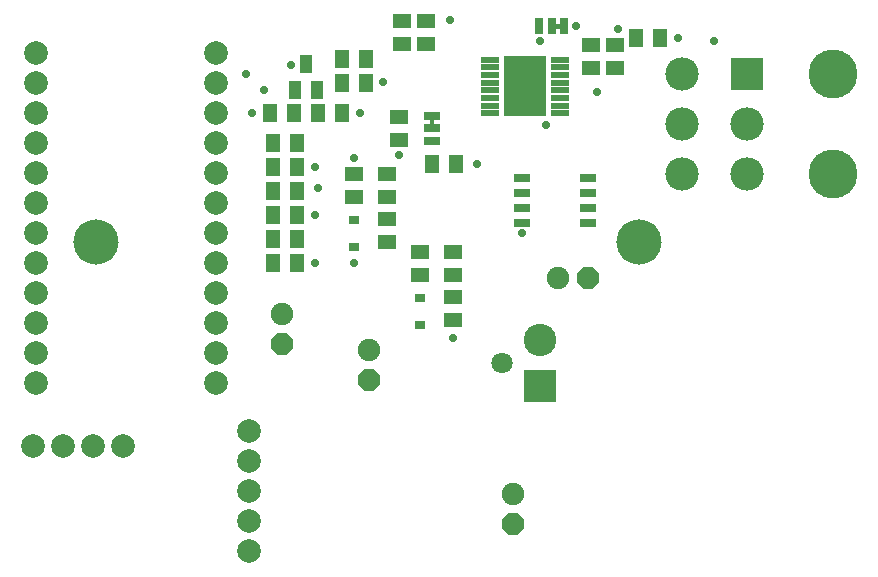
<source format=gbr>
G04 EAGLE Gerber RS-274X export*
G75*
%MOMM*%
%FSLAX34Y34*%
%LPD*%
%INSoldermask Top*%
%IPPOS*%
%AMOC8*
5,1,8,0,0,1.08239X$1,22.5*%
G01*
%ADD10C,3.827000*%
%ADD11R,1.527000X1.227000*%
%ADD12R,1.227000X1.527000*%
%ADD13P,2.061953X8X22.500000*%
%ADD14C,1.905000*%
%ADD15P,2.061953X8X292.500000*%
%ADD16R,0.957000X0.757000*%
%ADD17R,1.127000X1.527000*%
%ADD18R,2.832100X2.832100*%
%ADD19C,2.832100*%
%ADD20C,4.140200*%
%ADD21C,1.807000*%
%ADD22R,2.752000X2.752000*%
%ADD23C,2.752000*%
%ADD24C,2.006600*%
%ADD25R,0.787400X1.397000*%
%ADD26R,1.397000X0.787400*%
%ADD27R,1.527000X0.577000*%
%ADD28R,3.527000X5.127000*%
%ADD29C,0.627000*%
%ADD30R,1.327000X0.727000*%
%ADD31C,0.731000*%

G36*
X570614Y408846D02*
X570614Y408846D01*
X570620Y408844D01*
X570716Y408854D01*
X570727Y408860D01*
X570741Y408859D01*
X570833Y408887D01*
X570842Y408894D01*
X570856Y408896D01*
X570941Y408942D01*
X570949Y408951D01*
X570961Y408955D01*
X571036Y409017D01*
X571042Y409027D01*
X571054Y409034D01*
X571115Y409109D01*
X571118Y409120D01*
X571128Y409129D01*
X571174Y409214D01*
X571175Y409226D01*
X571183Y409237D01*
X571211Y409329D01*
X571210Y409341D01*
X571216Y409354D01*
X571226Y409450D01*
X571224Y409456D01*
X571226Y409462D01*
X571226Y443978D01*
X571224Y443984D01*
X571226Y443990D01*
X571216Y444086D01*
X571210Y444097D01*
X571211Y444111D01*
X571183Y444203D01*
X571176Y444212D01*
X571174Y444226D01*
X571128Y444311D01*
X571119Y444319D01*
X571115Y444331D01*
X571054Y444406D01*
X571048Y444409D01*
X571046Y444413D01*
X571041Y444415D01*
X571036Y444424D01*
X570961Y444485D01*
X570950Y444488D01*
X570941Y444498D01*
X570856Y444544D01*
X570844Y444545D01*
X570833Y444553D01*
X570741Y444581D01*
X570729Y444580D01*
X570716Y444586D01*
X570620Y444596D01*
X570614Y444594D01*
X570608Y444596D01*
X546992Y444596D01*
X546986Y444594D01*
X546980Y444596D01*
X546884Y444586D01*
X546873Y444580D01*
X546859Y444581D01*
X546767Y444553D01*
X546758Y444546D01*
X546744Y444544D01*
X546659Y444498D01*
X546651Y444489D01*
X546639Y444485D01*
X546564Y444424D01*
X546558Y444413D01*
X546553Y444410D01*
X546549Y444408D01*
X546548Y444407D01*
X546547Y444406D01*
X546485Y444331D01*
X546482Y444320D01*
X546472Y444311D01*
X546426Y444226D01*
X546425Y444214D01*
X546417Y444203D01*
X546389Y444111D01*
X546390Y444099D01*
X546384Y444086D01*
X546374Y443990D01*
X546376Y443984D01*
X546374Y443978D01*
X546374Y409462D01*
X546376Y409456D01*
X546374Y409450D01*
X546384Y409354D01*
X546389Y409345D01*
X546390Y409342D01*
X546389Y409329D01*
X546417Y409237D01*
X546424Y409228D01*
X546426Y409214D01*
X546472Y409129D01*
X546481Y409121D01*
X546485Y409109D01*
X546547Y409034D01*
X546557Y409028D01*
X546564Y409017D01*
X546639Y408955D01*
X546650Y408952D01*
X546659Y408942D01*
X546744Y408896D01*
X546756Y408895D01*
X546767Y408887D01*
X546859Y408859D01*
X546871Y408860D01*
X546884Y408854D01*
X546980Y408844D01*
X546986Y408846D01*
X546992Y408844D01*
X570608Y408844D01*
X570614Y408846D01*
G37*
G36*
X481395Y393712D02*
X481395Y393712D01*
X481461Y393714D01*
X481504Y393732D01*
X481551Y393740D01*
X481608Y393774D01*
X481668Y393799D01*
X481703Y393830D01*
X481744Y393855D01*
X481786Y393906D01*
X481834Y393950D01*
X481856Y393992D01*
X481885Y394029D01*
X481906Y394091D01*
X481937Y394150D01*
X481945Y394204D01*
X481957Y394241D01*
X481956Y394281D01*
X481964Y394335D01*
X481964Y398145D01*
X481953Y398210D01*
X481951Y398276D01*
X481933Y398319D01*
X481925Y398366D01*
X481891Y398423D01*
X481866Y398483D01*
X481835Y398518D01*
X481810Y398559D01*
X481759Y398601D01*
X481715Y398649D01*
X481673Y398671D01*
X481636Y398700D01*
X481574Y398721D01*
X481515Y398752D01*
X481461Y398760D01*
X481424Y398772D01*
X481384Y398771D01*
X481330Y398779D01*
X478790Y398779D01*
X478725Y398768D01*
X478659Y398766D01*
X478616Y398748D01*
X478569Y398740D01*
X478512Y398706D01*
X478452Y398681D01*
X478417Y398650D01*
X478376Y398625D01*
X478335Y398574D01*
X478286Y398530D01*
X478264Y398488D01*
X478235Y398451D01*
X478214Y398389D01*
X478183Y398330D01*
X478175Y398276D01*
X478163Y398239D01*
X478163Y398235D01*
X478163Y398234D01*
X478164Y398199D01*
X478156Y398145D01*
X478156Y394335D01*
X478167Y394270D01*
X478169Y394204D01*
X478187Y394161D01*
X478195Y394114D01*
X478229Y394057D01*
X478254Y393997D01*
X478285Y393962D01*
X478310Y393921D01*
X478361Y393880D01*
X478405Y393831D01*
X478447Y393809D01*
X478484Y393780D01*
X478546Y393759D01*
X478605Y393728D01*
X478659Y393720D01*
X478696Y393708D01*
X478736Y393709D01*
X478790Y393701D01*
X481330Y393701D01*
X481395Y393712D01*
G37*
G36*
X588710Y475627D02*
X588710Y475627D01*
X588776Y475629D01*
X588819Y475647D01*
X588866Y475655D01*
X588923Y475689D01*
X588983Y475714D01*
X589018Y475745D01*
X589059Y475770D01*
X589101Y475821D01*
X589149Y475865D01*
X589171Y475907D01*
X589200Y475944D01*
X589221Y476006D01*
X589252Y476065D01*
X589260Y476119D01*
X589272Y476156D01*
X589271Y476196D01*
X589279Y476250D01*
X589279Y478790D01*
X589268Y478855D01*
X589266Y478921D01*
X589248Y478964D01*
X589240Y479011D01*
X589206Y479068D01*
X589181Y479128D01*
X589150Y479163D01*
X589125Y479204D01*
X589074Y479246D01*
X589030Y479294D01*
X588988Y479316D01*
X588951Y479345D01*
X588889Y479366D01*
X588830Y479397D01*
X588776Y479405D01*
X588739Y479417D01*
X588699Y479416D01*
X588645Y479424D01*
X584835Y479424D01*
X584770Y479413D01*
X584704Y479411D01*
X584661Y479393D01*
X584614Y479385D01*
X584557Y479351D01*
X584497Y479326D01*
X584462Y479295D01*
X584421Y479270D01*
X584380Y479219D01*
X584331Y479175D01*
X584309Y479133D01*
X584280Y479096D01*
X584259Y479034D01*
X584228Y478975D01*
X584220Y478921D01*
X584208Y478884D01*
X584208Y478881D01*
X584209Y478844D01*
X584201Y478790D01*
X584201Y476250D01*
X584212Y476185D01*
X584214Y476119D01*
X584232Y476076D01*
X584240Y476029D01*
X584274Y475972D01*
X584299Y475912D01*
X584330Y475877D01*
X584355Y475836D01*
X584406Y475795D01*
X584450Y475746D01*
X584492Y475724D01*
X584529Y475695D01*
X584591Y475674D01*
X584650Y475643D01*
X584704Y475635D01*
X584741Y475623D01*
X584781Y475624D01*
X584835Y475616D01*
X588645Y475616D01*
X588710Y475627D01*
G37*
D10*
X195580Y294640D03*
X655320Y294640D03*
D11*
X614680Y442120D03*
X614680Y462120D03*
X635000Y462120D03*
X635000Y442120D03*
D12*
X652940Y467360D03*
X672940Y467360D03*
X383700Y403860D03*
X403700Y403860D03*
X363060Y403860D03*
X343060Y403860D03*
D13*
X612140Y264160D03*
D14*
X586740Y264160D03*
D15*
X548640Y55880D03*
D14*
X548640Y81280D03*
D15*
X426720Y177800D03*
D14*
X426720Y203200D03*
D15*
X353060Y208280D03*
D14*
X353060Y233680D03*
D16*
X414020Y313760D03*
X414020Y290760D03*
X469900Y247720D03*
X469900Y224720D03*
D17*
X373380Y445340D03*
X382880Y423340D03*
X363880Y423340D03*
D18*
X746760Y436880D03*
D19*
X746760Y394970D03*
X746760Y352806D03*
X691642Y436880D03*
X691642Y394970D03*
X691642Y352806D03*
D20*
X819658Y436880D03*
X819658Y352806D03*
D21*
X539700Y192520D03*
X539700Y192520D03*
D22*
X571500Y172720D03*
D23*
X571500Y212320D03*
D24*
X325120Y134620D03*
X325120Y109220D03*
X325120Y83820D03*
X325120Y58420D03*
X325120Y33020D03*
X142240Y121920D03*
X167640Y121920D03*
X193040Y121920D03*
X218440Y121920D03*
D25*
X571246Y477520D03*
X581660Y477520D03*
X592074Y477520D03*
D26*
X480060Y380746D03*
X480060Y391160D03*
X480060Y401574D03*
D11*
X452120Y381160D03*
X452120Y401160D03*
X469900Y286860D03*
X469900Y266860D03*
X497840Y286860D03*
X497840Y266860D03*
X497840Y228760D03*
X497840Y248760D03*
D12*
X365600Y378460D03*
X345600Y378460D03*
X365600Y358140D03*
X345600Y358140D03*
X365600Y337820D03*
X345600Y337820D03*
X365600Y317500D03*
X345600Y317500D03*
X365600Y297180D03*
X345600Y297180D03*
X365600Y276860D03*
X345600Y276860D03*
X424020Y429260D03*
X404020Y429260D03*
X404020Y449580D03*
X424020Y449580D03*
D11*
X454660Y482440D03*
X454660Y462440D03*
X474980Y482440D03*
X474980Y462440D03*
D12*
X480220Y360680D03*
X500220Y360680D03*
D11*
X441960Y352900D03*
X441960Y332900D03*
X414020Y352900D03*
X414020Y332900D03*
X441960Y294800D03*
X441960Y314800D03*
D24*
X144780Y454660D03*
X144780Y429260D03*
X144780Y403860D03*
X144780Y378460D03*
X144780Y353060D03*
X144780Y327660D03*
X144780Y302260D03*
X144780Y276860D03*
X144780Y251460D03*
X144780Y226060D03*
X144780Y200660D03*
X144780Y175260D03*
X297180Y175260D03*
X297180Y200660D03*
X297180Y226060D03*
X297180Y251460D03*
X297180Y276860D03*
X297180Y302260D03*
X297180Y327660D03*
X297180Y353060D03*
X297180Y378460D03*
X297180Y403860D03*
X297180Y429260D03*
X297180Y454660D03*
D27*
X529300Y449470D03*
X529300Y442970D03*
X529300Y436470D03*
X529300Y429970D03*
X529300Y423470D03*
X529300Y416970D03*
X529300Y410470D03*
X529300Y403970D03*
X588300Y403970D03*
X588300Y410470D03*
X588300Y416970D03*
X588300Y423470D03*
X588300Y429970D03*
X588300Y436470D03*
X588300Y442970D03*
X588300Y449470D03*
D28*
X559054Y426720D03*
D29*
X558800Y426720D03*
X558800Y417220D03*
X558800Y436220D03*
X558800Y445720D03*
X558800Y407720D03*
X572300Y407720D03*
X572300Y445720D03*
X572300Y436220D03*
X572300Y417220D03*
X572300Y426720D03*
X545300Y426720D03*
X545300Y417220D03*
X545300Y436220D03*
X545300Y445720D03*
X545300Y407720D03*
D30*
X556200Y349250D03*
X556200Y336550D03*
X556200Y323850D03*
X556200Y311150D03*
X612200Y311150D03*
X612200Y323850D03*
X612200Y336550D03*
X612200Y349250D03*
D31*
X576580Y393700D03*
X556260Y302260D03*
X518160Y360680D03*
X688340Y467360D03*
X601980Y477520D03*
X548640Y444500D03*
X566420Y444500D03*
X548640Y429260D03*
X566420Y429260D03*
X548640Y414020D03*
X566420Y411480D03*
X495300Y482600D03*
X381000Y276860D03*
X381000Y317500D03*
X381000Y358140D03*
X327660Y403860D03*
X414020Y276860D03*
X452120Y368300D03*
X360680Y444500D03*
X419100Y403860D03*
X497840Y213360D03*
X619760Y421640D03*
X637540Y474980D03*
X571500Y464820D03*
X718820Y464820D03*
X337820Y423340D03*
X438471Y430300D03*
X322580Y436880D03*
X383540Y340360D03*
X414020Y365760D03*
M02*

</source>
